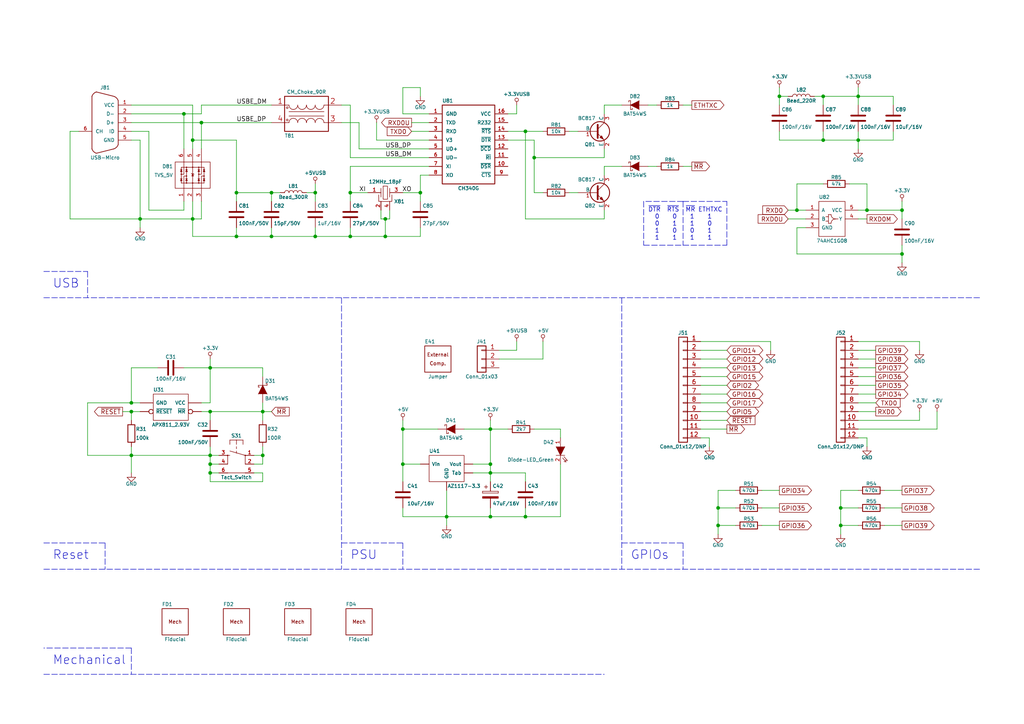
<source format=kicad_sch>
(kicad_sch (version 20211123) (generator eeschema)
  (paper "A4")
  (title_block (title "IOT ESP Ethernet") (date "2023-12-30") (rev "1") (company "Uysan"))
  (junction (at 238.76 27.94))
  (junction (at 111.76 68.58))
  (junction (at 76.2 119.38))
  (junction (at 68.58 68.58))
  (junction (at 38.1 132.08))
  (junction (at 238.76 40.64))
  (junction (at 101.6 68.58))
  (junction (at 60.96 119.38))
  (junction (at 91.44 68.58))
  (junction (at 111.76 63.5))
  (junction (at 208.28 152.4))
  (junction (at 40.64 63.5))
  (junction (at 142.24 134.62))
  (junction (at 154.94 45.72))
  (junction (at 55.88 63.5))
  (junction (at 78.74 68.58))
  (junction (at 60.96 134.62))
  (junction (at 208.28 147.32))
  (junction (at 101.6 55.88))
  (junction (at 248.92 40.64))
  (junction (at 231.14 60.96))
  (junction (at 251.46 60.96))
  (junction (at 38.1 116.84))
  (junction (at 152.4 149.86))
  (junction (at 226.06 27.94))
  (junction (at 261.62 60.96))
  (junction (at 243.84 147.32))
  (junction (at 38.1 119.38))
  (junction (at 60.96 106.68))
  (junction (at 261.62 73.66))
  (junction (at 53.34 33.02))
  (junction (at 76.2 132.08))
  (junction (at 243.84 152.4))
  (junction (at 55.88 40.64))
  (junction (at 142.24 149.86))
  (junction (at 248.92 27.94))
  (junction (at 78.74 55.88))
  (junction (at 129.54 149.86))
  (junction (at 116.84 134.62))
  (junction (at 58.42 35.56))
  (junction (at 116.84 124.46))
  (junction (at 68.58 55.88))
  (junction (at 60.96 132.08))
  (junction (at 121.92 55.88))
  (junction (at 60.96 137.16))
  (junction (at 152.4 38.1))
  (junction (at 91.44 55.88))
  (junction (at 142.24 124.46))
  (junction (at 142.24 137.16))
  (wire (pts (xy 248.92 60.96) (xy 251.46 60.96)))
  (wire (pts (xy 78.74 55.88) (xy 68.58 55.88)))
  (wire (pts (xy 53.34 60.96) (xy 43.18 60.96)))
  (wire (pts (xy 63.5 137.16) (xy 60.96 137.16)))
  (wire (pts (xy 116.84 124.46) (xy 127 124.46)))
  (wire (pts (xy 213.36 142.24) (xy 208.28 142.24)))
  (wire (pts (xy 101.6 48.26) (xy 101.6 55.88)))
  (wire (pts (xy 55.88 68.58) (xy 68.58 68.58)))
  (wire (pts (xy 203.2 109.22) (xy 210.82 109.22)))
  (wire (pts (xy 121.92 55.88) (xy 121.92 58.42)))
  (polyline (pts (xy 116.84 157.48) (xy 116.84 165.1)))
  (wire (pts (xy 91.44 68.58) (xy 101.6 68.58)))
  (wire (pts (xy 175.26 43.18) (xy 175.26 45.72)))
  (wire (pts (xy 226.06 142.24) (xy 220.98 142.24)))
  (wire (pts (xy 60.96 132.08) (xy 60.96 134.62)))
  (wire (pts (xy 152.4 63.5) (xy 175.26 63.5)))
  (wire (pts (xy 175.26 63.5) (xy 175.26 60.96)))
  (wire (pts (xy 198.12 30.48) (xy 200.66 30.48)))
  (polyline (pts (xy 198.12 58.42) (xy 198.12 71.12)))
  (wire (pts (xy 243.84 142.24) (xy 243.84 147.32)))
  (wire (pts (xy 213.36 147.32) (xy 208.28 147.32)))
  (wire (pts (xy 40.64 63.5) (xy 55.88 63.5)))
  (wire (pts (xy 60.96 119.38) (xy 60.96 121.92)))
  (wire (pts (xy 147.32 124.46) (xy 142.24 124.46)))
  (wire (pts (xy 162.56 149.86) (xy 152.4 149.86)))
  (wire (pts (xy 203.2 124.46) (xy 210.82 124.46)))
  (wire (pts (xy 45.72 106.68) (xy 38.1 106.68)))
  (wire (pts (xy 223.52 99.06) (xy 203.2 99.06)))
  (wire (pts (xy 266.7 101.6) (xy 266.7 99.06)))
  (wire (pts (xy 111.76 63.5) (xy 113.03 63.5)))
  (wire (pts (xy 91.44 66.04) (xy 91.44 68.58)))
  (wire (pts (xy 203.2 119.38) (xy 210.82 119.38)))
  (wire (pts (xy 238.76 40.64) (xy 226.06 40.64)))
  (wire (pts (xy 154.94 40.64) (xy 154.94 45.72)))
  (polyline (pts (xy 198.12 58.42) (xy 186.69 58.42)))
  (wire (pts (xy 231.14 73.66) (xy 231.14 66.04)))
  (wire (pts (xy 228.6 63.5) (xy 233.68 63.5)))
  (polyline (pts (xy 198.12 71.12) (xy 210.82 71.12)))
  (wire (pts (xy 113.03 63.5) (xy 113.03 60.96)))
  (wire (pts (xy 259.08 27.94) (xy 259.08 30.48)))
  (wire (pts (xy 53.34 33.02) (xy 53.34 43.18)))
  (wire (pts (xy 38.1 33.02) (xy 53.34 33.02)))
  (wire (pts (xy 226.06 27.94) (xy 228.6 27.94)))
  (wire (pts (xy 223.52 101.6) (xy 223.52 99.06)))
  (wire (pts (xy 121.92 66.04) (xy 121.92 68.58)))
  (wire (pts (xy 119.38 38.1) (xy 124.46 38.1)))
  (polyline (pts (xy 12.7 165.1) (xy 284.48 165.1)))
  (wire (pts (xy 248.92 124.46) (xy 271.78 124.46)))
  (wire (pts (xy 58.42 30.48) (xy 78.74 30.48)))
  (wire (pts (xy 116.84 25.4) (xy 121.92 25.4)))
  (wire (pts (xy 228.6 60.96) (xy 231.14 60.96)))
  (wire (pts (xy 116.84 33.02) (xy 124.46 33.02)))
  (wire (pts (xy 142.24 147.32) (xy 142.24 149.86)))
  (wire (pts (xy 248.92 40.64) (xy 238.76 40.64)))
  (wire (pts (xy 266.7 121.92) (xy 248.92 121.92)))
  (wire (pts (xy 38.1 106.68) (xy 38.1 116.84)))
  (wire (pts (xy 261.62 58.42) (xy 261.62 60.96)))
  (wire (pts (xy 121.92 50.8) (xy 121.92 55.88)))
  (wire (pts (xy 40.64 40.64) (xy 40.64 63.5)))
  (wire (pts (xy 226.06 147.32) (xy 220.98 147.32)))
  (wire (pts (xy 152.4 147.32) (xy 152.4 149.86)))
  (wire (pts (xy 180.34 48.26) (xy 175.26 48.26)))
  (wire (pts (xy 119.38 35.56) (xy 124.46 35.56)))
  (wire (pts (xy 254 109.22) (xy 248.92 109.22)))
  (wire (pts (xy 271.78 124.46) (xy 271.78 119.38)))
  (wire (pts (xy 226.06 25.4) (xy 226.06 27.94)))
  (wire (pts (xy 60.96 137.16) (xy 60.96 139.7)))
  (wire (pts (xy 76.2 137.16) (xy 76.2 139.7)))
  (polyline (pts (xy 99.06 86.36) (xy 99.06 165.1)))
  (wire (pts (xy 162.56 134.62) (xy 162.56 149.86)))
  (wire (pts (xy 55.88 58.42) (xy 55.88 63.5)))
  (wire (pts (xy 147.32 38.1) (xy 152.4 38.1)))
  (wire (pts (xy 40.64 66.04) (xy 40.64 63.5)))
  (wire (pts (xy 208.28 152.4) (xy 213.36 152.4)))
  (polyline (pts (xy 186.69 58.42) (xy 186.69 71.12)))
  (wire (pts (xy 142.24 137.16) (xy 142.24 139.7)))
  (wire (pts (xy 154.94 124.46) (xy 162.56 124.46)))
  (wire (pts (xy 238.76 40.64) (xy 238.76 38.1)))
  (wire (pts (xy 76.2 119.38) (xy 78.74 119.38)))
  (wire (pts (xy 91.44 55.88) (xy 91.44 58.42)))
  (wire (pts (xy 116.84 124.46) (xy 116.84 134.62)))
  (wire (pts (xy 149.86 30.48) (xy 149.86 33.02)))
  (wire (pts (xy 261.62 60.96) (xy 261.62 63.5)))
  (wire (pts (xy 124.46 50.8) (xy 121.92 50.8)))
  (wire (pts (xy 203.2 114.3) (xy 210.82 114.3)))
  (wire (pts (xy 248.92 116.84) (xy 254 116.84)))
  (wire (pts (xy 251.46 53.34) (xy 251.46 60.96)))
  (polyline (pts (xy 30.48 157.48) (xy 30.48 165.1)))
  (wire (pts (xy 254 114.3) (xy 248.92 114.3)))
  (wire (pts (xy 58.42 35.56) (xy 78.74 35.56)))
  (wire (pts (xy 157.48 104.14) (xy 144.78 104.14)))
  (wire (pts (xy 58.42 63.5) (xy 55.88 63.5)))
  (wire (pts (xy 259.08 40.64) (xy 259.08 38.1)))
  (wire (pts (xy 238.76 53.34) (xy 231.14 53.34)))
  (wire (pts (xy 157.48 99.06) (xy 157.48 104.14)))
  (wire (pts (xy 165.1 55.88) (xy 167.64 55.88)))
  (polyline (pts (xy 180.34 86.36) (xy 180.34 165.1)))
  (wire (pts (xy 248.92 142.24) (xy 243.84 142.24)))
  (wire (pts (xy 266.7 99.06) (xy 248.92 99.06)))
  (wire (pts (xy 58.42 35.56) (xy 58.42 43.18)))
  (wire (pts (xy 58.42 30.48) (xy 58.42 33.02)))
  (wire (pts (xy 251.46 127) (xy 251.46 129.54)))
  (wire (pts (xy 104.14 35.56) (xy 104.14 43.18)))
  (wire (pts (xy 203.2 104.14) (xy 210.82 104.14)))
  (wire (pts (xy 248.92 27.94) (xy 259.08 27.94)))
  (wire (pts (xy 129.54 142.24) (xy 129.54 149.86)))
  (wire (pts (xy 58.42 119.38) (xy 60.96 119.38)))
  (wire (pts (xy 101.6 68.58) (xy 111.76 68.58)))
  (wire (pts (xy 175.26 30.48) (xy 175.26 33.02)))
  (wire (pts (xy 210.82 101.6) (xy 203.2 101.6)))
  (wire (pts (xy 55.88 30.48) (xy 55.88 40.64)))
  (wire (pts (xy 154.94 45.72) (xy 175.26 45.72)))
  (wire (pts (xy 38.1 132.08) (xy 38.1 137.16)))
  (wire (pts (xy 109.22 35.56) (xy 109.22 40.64)))
  (wire (pts (xy 116.84 55.88) (xy 121.92 55.88)))
  (wire (pts (xy 261.62 147.32) (xy 256.54 147.32)))
  (wire (pts (xy 38.1 119.38) (xy 40.64 119.38)))
  (wire (pts (xy 152.4 38.1) (xy 157.48 38.1)))
  (wire (pts (xy 248.92 40.64) (xy 248.92 43.18)))
  (wire (pts (xy 142.24 137.16) (xy 152.4 137.16)))
  (wire (pts (xy 261.62 73.66) (xy 261.62 76.2)))
  (wire (pts (xy 162.56 124.46) (xy 162.56 127)))
  (wire (pts (xy 101.6 30.48) (xy 101.6 45.72)))
  (wire (pts (xy 256.54 152.4) (xy 261.62 152.4)))
  (wire (pts (xy 73.66 134.62) (xy 76.2 134.62)))
  (polyline (pts (xy 12.7 195.58) (xy 175.26 195.58)))
  (polyline (pts (xy 186.69 71.12) (xy 198.12 71.12)))
  (wire (pts (xy 101.6 45.72) (xy 124.46 45.72)))
  (wire (pts (xy 220.98 152.4) (xy 226.06 152.4)))
  (wire (pts (xy 78.74 68.58) (xy 91.44 68.58)))
  (wire (pts (xy 60.96 129.54) (xy 60.96 132.08)))
  (wire (pts (xy 38.1 30.48) (xy 55.88 30.48)))
  (wire (pts (xy 38.1 132.08) (xy 25.4 132.08)))
  (wire (pts (xy 231.14 60.96) (xy 233.68 60.96)))
  (wire (pts (xy 187.96 30.48) (xy 190.5 30.48)))
  (wire (pts (xy 111.76 68.58) (xy 121.92 68.58)))
  (wire (pts (xy 154.94 45.72) (xy 154.94 55.88)))
  (wire (pts (xy 63.5 132.08) (xy 60.96 132.08)))
  (wire (pts (xy 187.96 48.26) (xy 190.5 48.26)))
  (wire (pts (xy 101.6 55.88) (xy 106.68 55.88)))
  (wire (pts (xy 58.42 116.84) (xy 60.96 116.84)))
  (wire (pts (xy 60.96 104.14) (xy 60.96 106.68)))
  (wire (pts (xy 55.88 68.58) (xy 55.88 63.5)))
  (wire (pts (xy 210.82 111.76) (xy 203.2 111.76)))
  (wire (pts (xy 254 104.14) (xy 248.92 104.14)))
  (wire (pts (xy 53.34 58.42) (xy 53.34 60.96)))
  (wire (pts (xy 261.62 73.66) (xy 231.14 73.66)))
  (wire (pts (xy 142.24 149.86) (xy 152.4 149.86)))
  (wire (pts (xy 248.92 127) (xy 251.46 127)))
  (wire (pts (xy 147.32 40.64) (xy 154.94 40.64)))
  (wire (pts (xy 38.1 40.64) (xy 40.64 40.64)))
  (polyline (pts (xy 198.12 58.42) (xy 210.82 58.42)))
  (wire (pts (xy 104.14 43.18) (xy 124.46 43.18)))
  (wire (pts (xy 78.74 58.42) (xy 78.74 55.88)))
  (wire (pts (xy 60.96 106.68) (xy 53.34 106.68)))
  (wire (pts (xy 137.16 134.62) (xy 142.24 134.62)))
  (wire (pts (xy 154.94 55.88) (xy 157.48 55.88)))
  (wire (pts (xy 142.24 124.46) (xy 142.24 134.62)))
  (wire (pts (xy 60.96 106.68) (xy 60.96 116.84)))
  (wire (pts (xy 243.84 147.32) (xy 243.84 152.4)))
  (wire (pts (xy 20.32 63.5) (xy 20.32 38.1)))
  (wire (pts (xy 210.82 121.92) (xy 203.2 121.92)))
  (wire (pts (xy 35.56 119.38) (xy 38.1 119.38)))
  (wire (pts (xy 231.14 66.04) (xy 233.68 66.04)))
  (wire (pts (xy 116.84 147.32) (xy 116.84 149.86)))
  (wire (pts (xy 111.76 68.58) (xy 111.76 63.5)))
  (wire (pts (xy 226.06 27.94) (xy 226.06 30.48)))
  (polyline (pts (xy 198.12 157.48) (xy 198.12 165.1)))
  (wire (pts (xy 76.2 134.62) (xy 76.2 132.08)))
  (wire (pts (xy 58.42 58.42) (xy 58.42 63.5)))
  (wire (pts (xy 38.1 35.56) (xy 58.42 35.56)))
  (wire (pts (xy 116.84 25.4) (xy 116.84 33.02)))
  (wire (pts (xy 236.22 27.94) (xy 238.76 27.94)))
  (wire (pts (xy 76.2 116.84) (xy 76.2 119.38)))
  (wire (pts (xy 55.88 40.64) (xy 55.88 43.18)))
  (wire (pts (xy 116.84 121.92) (xy 116.84 124.46)))
  (wire (pts (xy 152.4 38.1) (xy 152.4 63.5)))
  (polyline (pts (xy 12.7 86.36) (xy 284.48 86.36)))
  (wire (pts (xy 76.2 119.38) (xy 76.2 121.92)))
  (wire (pts (xy 68.58 55.88) (xy 68.58 58.42)))
  (wire (pts (xy 40.64 63.5) (xy 20.32 63.5)))
  (wire (pts (xy 68.58 40.64) (xy 68.58 55.88)))
  (wire (pts (xy 254 119.38) (xy 248.92 119.38)))
  (polyline (pts (xy 38.1 187.96) (xy 38.1 195.58)))
  (wire (pts (xy 248.92 40.64) (xy 259.08 40.64)))
  (wire (pts (xy 38.1 119.38) (xy 38.1 121.92)))
  (wire (pts (xy 246.38 53.34) (xy 251.46 53.34)))
  (wire (pts (xy 210.82 116.84) (xy 203.2 116.84)))
  (wire (pts (xy 137.16 137.16) (xy 142.24 137.16)))
  (wire (pts (xy 110.49 60.96) (xy 110.49 63.5)))
  (wire (pts (xy 99.06 30.48) (xy 101.6 30.48)))
  (wire (pts (xy 116.84 149.86) (xy 129.54 149.86)))
  (wire (pts (xy 43.18 38.1) (xy 38.1 38.1)))
  (wire (pts (xy 226.06 40.64) (xy 226.06 38.1)))
  (wire (pts (xy 124.46 48.26) (xy 101.6 48.26)))
  (polyline (pts (xy 99.06 157.48) (xy 116.84 157.48)))
  (wire (pts (xy 25.4 116.84) (xy 38.1 116.84)))
  (wire (pts (xy 73.66 137.16) (xy 76.2 137.16)))
  (wire (pts (xy 248.92 38.1) (xy 248.92 40.64)))
  (wire (pts (xy 81.28 55.88) (xy 78.74 55.88)))
  (wire (pts (xy 208.28 147.32) (xy 208.28 152.4)))
  (wire (pts (xy 116.84 134.62) (xy 116.84 139.7)))
  (wire (pts (xy 147.32 33.02) (xy 149.86 33.02)))
  (wire (pts (xy 149.86 101.6) (xy 144.78 101.6)))
  (wire (pts (xy 68.58 66.04) (xy 68.58 68.58)))
  (wire (pts (xy 129.54 149.86) (xy 129.54 152.4)))
  (wire (pts (xy 208.28 154.94) (xy 208.28 152.4)))
  (wire (pts (xy 251.46 60.96) (xy 261.62 60.96)))
  (wire (pts (xy 25.4 116.84) (xy 25.4 132.08)))
  (wire (pts (xy 110.49 63.5) (xy 111.76 63.5)))
  (wire (pts (xy 208.28 142.24) (xy 208.28 147.32)))
  (wire (pts (xy 134.62 124.46) (xy 142.24 124.46)))
  (wire (pts (xy 142.24 134.62) (xy 142.24 137.16)))
  (polyline (pts (xy 38.1 187.96) (xy 12.7 187.96)))
  (wire (pts (xy 142.24 121.92) (xy 142.24 124.46)))
  (wire (pts (xy 76.2 132.08) (xy 73.66 132.08)))
  (wire (pts (xy 205.74 129.54) (xy 205.74 127)))
  (wire (pts (xy 248.92 63.5) (xy 251.46 63.5)))
  (wire (pts (xy 238.76 27.94) (xy 248.92 27.94)))
  (wire (pts (xy 261.62 142.24) (xy 256.54 142.24)))
  (polyline (pts (xy 12.7 78.74) (xy 25.4 78.74)))
  (wire (pts (xy 243.84 152.4) (xy 248.92 152.4)))
  (wire (pts (xy 78.74 66.04) (xy 78.74 68.58)))
  (wire (pts (xy 43.18 60.96) (xy 43.18 38.1)))
  (wire (pts (xy 109.22 40.64) (xy 124.46 40.64)))
  (polyline (pts (xy 210.82 71.12) (xy 210.82 58.42)))
  (wire (pts (xy 248.92 25.4) (xy 248.92 27.94)))
  (wire (pts (xy 63.5 134.62) (xy 60.96 134.62)))
  (wire (pts (xy 210.82 106.68) (xy 203.2 106.68)))
  (wire (pts (xy 248.92 30.48) (xy 248.92 27.94)))
  (wire (pts (xy 180.34 30.48) (xy 175.26 30.48)))
  (wire (pts (xy 248.92 101.6) (xy 254 101.6)))
  (wire (pts (xy 129.54 149.86) (xy 142.24 149.86)))
  (wire (pts (xy 60.96 106.68) (xy 76.2 106.68)))
  (wire (pts (xy 205.74 127) (xy 203.2 127)))
  (wire (pts (xy 20.32 38.1) (xy 22.86 38.1)))
  (wire (pts (xy 165.1 38.1) (xy 167.64 38.1)))
  (wire (pts (xy 53.34 33.02) (xy 58.42 33.02)))
  (wire (pts (xy 99.06 35.56) (xy 104.14 35.56)))
  (wire (pts (xy 76.2 129.54) (xy 76.2 132.08)))
  (wire (pts (xy 76.2 139.7) (xy 60.96 139.7)))
  (wire (pts (xy 38.1 129.54) (xy 38.1 132.08)))
  (wire (pts (xy 76.2 106.68) (xy 76.2 109.22)))
  (polyline (pts (xy 12.7 157.48) (xy 30.48 157.48)))
  (wire (pts (xy 248.92 111.76) (xy 254 111.76)))
  (polyline (pts (xy 25.4 78.74) (xy 25.4 86.36)))
  (wire (pts (xy 60.96 119.38) (xy 76.2 119.38)))
  (wire (pts (xy 91.44 55.88) (xy 88.9 55.88)))
  (wire (pts (xy 248.92 106.68) (xy 254 106.68)))
  (wire (pts (xy 243.84 154.94) (xy 243.84 152.4)))
  (wire (pts (xy 91.44 53.34) (xy 91.44 55.88)))
  (wire (pts (xy 198.12 48.26) (xy 200.66 48.26)))
  (wire (pts (xy 38.1 132.08) (xy 60.96 132.08)))
  (wire (pts (xy 238.76 27.94) (xy 238.76 30.48)))
  (wire (pts (xy 101.6 66.04) (xy 101.6 68.58)))
  (wire (pts (xy 60.96 134.62) (xy 60.96 137.16)))
  (wire (pts (xy 55.88 40.64) (xy 68.58 40.64)))
  (polyline (pts (xy 180.34 157.48) (xy 198.12 157.48)))
  (wire (pts (xy 121.92 134.62) (xy 116.84 134.62)))
  (wire (pts (xy 38.1 116.84) (xy 40.64 116.84)))
  (wire (pts (xy 175.26 48.26) (xy 175.26 50.8)))
  (wire (pts (xy 101.6 55.88) (xy 101.6 58.42)))
  (wire (pts (xy 231.14 53.34) (xy 231.14 60.96)))
  (wire (pts (xy 121.92 27.94) (xy 121.92 25.4)))
  (wire (pts (xy 152.4 137.16) (xy 152.4 139.7)))
  (wire (pts (xy 248.92 147.32) (xy 243.84 147.32)))
  (wire (pts (xy 266.7 119.38) (xy 266.7 121.92)))
  (wire (pts (xy 261.62 71.12) (xy 261.62 73.66)))
  (wire (pts (xy 149.86 99.06) (xy 149.86 101.6)))
  (wire (pts (xy 68.58 68.58) (xy 78.74 68.58)))
  (text "Reset" (at 15.24 162.56 0) (effects (font (size 2.54 2.54)) (justify left bottom)))
  (text "USB" (at 15.24 83.82 0) (effects (font (size 2.54 2.54)) (justify left bottom)))
  (text "Mechanical" (at 15.24 193.04 0) (effects (font (size 2.54 2.54)) (justify left bottom)))
  (text "PSU" (at 101.6 162.56 0) (effects (font (size 2.54 2.54)) (justify left bottom)))
  (text "~{DTR}  ~{RTS}  ~{MR} ETHTXC\n  0    0    1    1\n  0    1    1    0\n  1    0    0    1\n  1    1    1    1" (at 187.96 69.85 0) (effects (font (size 1.27 1.27)) (justify left bottom)))
  (text "GPIOs" (at 182.88 162.56 0) (effects (font (size 2.54 2.54)) (justify left bottom)))
  (label "USB_DM" (at 111.76 45.72 0))
  (label "USB_DP" (at 111.76 43.18 0))
  (label "USBE_DM" (at 68.58 30.48 0))
  (label "USBE_DP" (at 68.58 35.56 0))
  (label "XI" (at 104.14 55.88 0))
  (label "XO" (at 119.38 55.88 180))
  (global_label "GPIO37" (shape output) (at 254 106.68 0) (property "Intersheet References" "${INTERSHEET_REFS}" (effects hide)))
  (global_label "GPIO14" (shape bidirectional) (at 210.82 101.6 0) (property "Intersheet References" "${INTERSHEET_REFS}" (effects hide)))
  (global_label "~{RESET}" (shape output) (at 35.56 119.38 180) (property "Intersheet References" "${INTERSHEET_REFS}" (effects hide)))
  (global_label "RXD0U" (shape output) (at 119.38 35.56 180) (property "Intersheet References" "${INTERSHEET_REFS}" (effects hide)))
  (global_label "GPIO36" (shape output) (at 226.06 152.4 0) (property "Intersheet References" "${INTERSHEET_REFS}" (effects hide)))
  (global_label "RXD0" (shape output) (at 254 119.38 0) (property "Intersheet References" "${INTERSHEET_REFS}" (effects hide)))
  (global_label "GPIO35" (shape output) (at 254 111.76 0) (property "Intersheet References" "${INTERSHEET_REFS}" (effects hide)))
  (global_label "~{MR}" (shape output) (at 210.82 124.46 0) (property "Intersheet References" "${INTERSHEET_REFS}" (effects hide)))
  (global_label "GPIO12" (shape bidirectional) (at 210.82 104.14 0) (property "Intersheet References" "${INTERSHEET_REFS}" (effects hide)))
  (global_label "GPIO15" (shape bidirectional) (at 210.82 109.22 0) (property "Intersheet References" "${INTERSHEET_REFS}" (effects hide)))
  (global_label "GPIO34" (shape output) (at 226.06 142.24 0) (property "Intersheet References" "${INTERSHEET_REFS}" (effects hide)))
  (global_label "GPIO16" (shape bidirectional) (at 210.82 114.3 0) (property "Intersheet References" "${INTERSHEET_REFS}" (effects hide)))
  (global_label "GPIO5" (shape bidirectional) (at 210.82 119.38 0) (property "Intersheet References" "${INTERSHEET_REFS}" (effects hide)))
  (global_label "GPIO39" (shape output) (at 254 101.6 0) (property "Intersheet References" "${INTERSHEET_REFS}" (effects hide)))
  (global_label "GPIO13" (shape bidirectional) (at 210.82 106.68 0) (property "Intersheet References" "${INTERSHEET_REFS}" (effects hide)))
  (global_label "TXD0" (shape input) (at 119.38 38.1 180) (property "Intersheet References" "${INTERSHEET_REFS}" (effects hide)))
  (global_label "ETHTXC" (shape output) (at 200.66 30.48 0) (property "Intersheet References" "${INTERSHEET_REFS}" (effects hide)))
  (global_label "GPIO38" (shape output) (at 261.62 147.32 0) (property "Intersheet References" "${INTERSHEET_REFS}" (effects hide)))
  (global_label "RXD0U" (shape input) (at 228.6 63.5 180) (property "Intersheet References" "${INTERSHEET_REFS}" (effects hide)))
  (global_label "GPIO34" (shape output) (at 254 114.3 0) (property "Intersheet References" "${INTERSHEET_REFS}" (effects hide)))
  (global_label "~{RESET}" (shape input) (at 210.82 121.92 0) (property "Intersheet References" "${INTERSHEET_REFS}" (effects hide)))
  (global_label "GPIO38" (shape output) (at 254 104.14 0) (property "Intersheet References" "${INTERSHEET_REFS}" (effects hide)))
  (global_label "GPIO36" (shape output) (at 254 109.22 0) (property "Intersheet References" "${INTERSHEET_REFS}" (effects hide)))
  (global_label "RXD0" (shape input) (at 228.6 60.96 180) (property "Intersheet References" "${INTERSHEET_REFS}" (effects hide)))
  (global_label "GPIO37" (shape output) (at 261.62 142.24 0) (property "Intersheet References" "${INTERSHEET_REFS}" (effects hide)))
  (global_label "GPIO17" (shape bidirectional) (at 210.82 116.84 0) (property "Intersheet References" "${INTERSHEET_REFS}" (effects hide)))
  (global_label "GPIO2" (shape bidirectional) (at 210.82 111.76 0) (property "Intersheet References" "${INTERSHEET_REFS}" (effects hide)))
  (global_label "~{MR}" (shape input) (at 78.74 119.38 0) (property "Intersheet References" "${INTERSHEET_REFS}" (effects hide)))
  (global_label "~{MR}" (shape output) (at 200.66 48.26 0) (property "Intersheet References" "${INTERSHEET_REFS}" (effects hide)))
  (global_label "GPIO35" (shape output) (at 226.06 147.32 0) (property "Intersheet References" "${INTERSHEET_REFS}" (effects hide)))
  (global_label "RXD0M" (shape output) (at 251.46 63.5 0) (property "Intersheet References" "${INTERSHEET_REFS}" (effects hide)))
  (global_label "TXD0" (shape input) (at 254 116.84 0) (property "Intersheet References" "${INTERSHEET_REFS}" (effects hide)))
  (global_label "GPIO39" (shape output) (at 261.62 152.4 0) (property "Intersheet References" "${INTERSHEET_REFS}" (effects hide)))
  (symbol (lib_id "Celebi:Conn_01x03") (at 139.7 104.14 0) (mirror y) (unit 1)
    (property "Reference" "J41" (at 139.7 99.06 0) (effects (font (size 1.016 1.016))))
    (property "Value" "Conn_01x03" (at 139.7 109.22 0) (effects (font (size 1.016 1.016))))
    (property "Footprint" "Celebi:sil-1.27mm-3P" (effects hide))
    (property "Datasheet" "https://www.helloxkb.com/public/images/pdf/X1311WV-XXJ-C18D27.pdf" (effects hide))
    (property "Tolerance" "_" (effects hide))
    (property "Power" "1A" (effects hide))
    (property "Temperature" "-40+105°C" (effects hide))
    (property "Manufacturer" "XKB" (effects hide))
    (property "PartNumber" "X1311WV-03J-C18D27" (effects hide))
    (property "Digikey" "!SAM10238-ND" (effects hide))
  )
  (symbol (lib_id "Celebi:Diode-Schottky") (at 130.81 124.46 0) (mirror y) (unit 1)
    (property "Reference" "D41" (at 130.81 121.92 0) (effects (font (size 1.016 1.016))))
    (property "Value" "BAT54WS" (at 130.81 127 0) (effects (font (size 1.016 1.016))))
    (property "Footprint" "Celebi:SOD323" (effects hide))
    (property "Datasheet" "https://www.panjit.com.tw/upload/datasheet/BAT54WS.pdf" (effects hide))
    (property "Tolerance" "_" (effects hide))
    (property "Power" "0.2A" (effects hide))
    (property "Temperature" "-55+125°C" (effects hide))
    (property "Manufacturer" "Panjit" (effects hide))
    (property "PartNumber" "BAT54WS_R1_00001" (effects hide))
    (property "Digikey" "3757-BAT54WS_R1_00001CT-ND" (effects hide))
  )
  (symbol (lib_id "Celebi:Mechanical") (at 50.8 180.34 0) (unit 1) (in_bom no)
    (property "Reference" "FD1" (at 46.99 175.26 0) (effects (font (size 1.016 1.016)) (justify left)))
    (property "Value" "Fiducial" (at 50.8 185.42 0) (effects (font (size 1.016 1.016))))
    (property "Footprint" "Celebi:fiducial_sc_D1_M3mm" (effects hide))
    (property "Tolerance" "_" (effects hide))
    (property "Power" "_" (effects hide))
    (property "Temperature" "_" (effects hide))
    (property "Manufacturer" "_" (effects hide))
    (property "PartNumber" "_" (effects hide))
    (property "Digikey" "_" (effects hide))
  )
  (symbol (lib_id "Celebi:resistor") (at 242.57 53.34 0) (unit 1)
    (property "Reference" "R85" (at 242.57 51.435 0) (effects (font (size 1.016 1.016))))
    (property "Value" "47k" (at 242.57 53.34 0) (effects (font (size 1.016 1.016))))
    (property "Footprint" "Celebi:SM0402" (effects hide))
    (property "Datasheet" "https://www.yageo.com/upload/media/product/productsearch/datasheet/rchip/PYu-RC_Group_51_RoHS_L_12.pdf" (effects hide))
    (property "Tolerance" "1%" (effects hide))
    (property "Power" "1/16W" (effects hide))
    (property "Temperature" "-55+155°C" (effects hide))
    (property "Manufacturer" "Yageo" (effects hide))
    (property "PartNumber" "RC0402FR-0747KL" (effects hide))
    (property "Digikey" "311-47.0KLRCT-ND" (effects hide))
  )
  (symbol (lib_id "Celebi:resistor") (at 194.31 48.26 0) (unit 1)
    (property "Reference" "R84" (at 194.31 46.355 0) (effects (font (size 1.016 1.016))))
    (property "Value" "1k" (at 194.31 48.26 0) (effects (font (size 1.016 1.016))))
    (property "Footprint" "Celebi:SM0402" (effects hide))
    (property "Datasheet" "https://www.yageo.com/upload/media/product/productsearch/datasheet/rchip/PYu-RC_Group_51_RoHS_L_12.pdf" (effects hide))
    (property "Tolerance" "1%" (effects hide))
    (property "Power" "1/16W" (effects hide))
    (property "Temperature" "-55+155°C" (effects hide))
    (property "Manufacturer" "Yageo" (effects hide))
    (property "PartNumber" "RC0402FR-071KL" (effects hide))
    (property "Digikey" "311-1.00KLRCT-ND" (effects hide))
  )
  (symbol (lib_id "Celebi:GND") (at 243.84 154.94 0) (unit 1)
    (property "Reference" "#PWR0162" (effects hide))
    (property "Value" "GND" (at 243.84 158.115 0) (effects (font (size 1.016 1.016))))
  )
  (symbol (lib_id "Celebi:+3.3V") (at 261.62 58.42 0) (unit 1)
    (property "Reference" "#PWR0147" (effects hide))
    (property "Value" "+3.3V" (at 261.62 55.245 0) (effects (font (size 1.016 1.016))))
  )
  (symbol (lib_id "Celebi:GND") (at 208.28 154.94 0) (unit 1)
    (property "Reference" "#PWR0163" (effects hide))
    (property "Value" "GND" (at 208.28 158.115 0) (effects (font (size 1.016 1.016))))
  )
  (symbol (lib_id "Celebi:GND") (at 129.54 152.4 0) (unit 1)
    (property "Reference" "#PWR0140" (effects hide))
    (property "Value" "GND" (at 129.54 155.575 0) (effects (font (size 1.016 1.016))))
  )
  (symbol (lib_id "Celebi:Conn_01x12") (at 198.12 113.03 0) (mirror y) (unit 1)
    (property "Reference" "J51" (at 198.12 96.52 0) (effects (font (size 1.016 1.016))))
    (property "Value" "Conn_01x12{slash}DNP" (at 198.12 129.54 0) (effects (font (size 1.016 1.016))))
    (property "Footprint" "Celebi:sil-12P" (effects hide))
    (property "Datasheet" "https://www.helloxkb.com/public/images/pdf/X6511WV-XXH-C60D30.pdf" (effects hide))
    (property "Tolerance" "_" (effects hide))
    (property "Power" "3A" (effects hide))
    (property "Temperature" "-40+105°C" (effects hide))
    (property "Manufacturer" "XKB" (effects hide))
    (property "PartNumber" "X6511WV-12H-C60D30" (effects hide))
    (property "Digikey" "!S1012EC-12-ND" (effects hide))
  )
  (symbol (lib_id "Celebi:CAT811") (at 49.53 118.11 0) (unit 1)
    (property "Reference" "U31" (at 44.45 113.03 0) (effects (font (size 1.016 1.016)) (justify left)))
    (property "Value" "APX811_2.93V" (at 49.53 123.19 0) (effects (font (size 1.016 1.016))))
    (property "Footprint" "Celebi:SOT143-4" (effects hide))
    (property "Datasheet" "https://www.diodes.com/assets/Datasheets/APX811_812.pdf" (effects hide))
    (property "Tolerance" "2%" (effects hide))
    (property "Power" "_" (effects hide))
    (property "Temperature" "-40+85°C" (effects hide))
    (property "Manufacturer" "Diodes" (effects hide))
    (property "PartNumber" "APX811-29UG-7" (effects hide))
    (property "Digikey" "APX811-29UG-7DICT-ND" (effects hide))
  )
  (symbol (lib_id "Celebi:GND") (at 38.1 137.16 0) (unit 1)
    (property "Reference" "#PWR0150" (effects hide))
    (property "Value" "GND" (at 38.1 140.335 0) (effects (font (size 1.016 1.016))))
  )
  (symbol (lib_id "Celebi:resistor") (at 38.1 125.73 270) (mirror x) (unit 1)
    (property "Reference" "R31" (at 39.37 124.46 90) (effects (font (size 1.016 1.016)) (justify left)))
    (property "Value" "100k" (at 39.37 127 90) (effects (font (size 1.016 1.016)) (justify left)))
    (property "Footprint" "Celebi:SM0402" (effects hide))
    (property "Datasheet" "https://www.yageo.com/upload/media/product/productsearch/datasheet/rchip/PYu-RC_Group_51_RoHS_L_12.pdf" (effects hide))
    (property "Tolerance" "1%" (effects hide))
    (property "Power" "1/16W" (effects hide))
    (property "Temperature" "-55+155°C" (effects hide))
    (property "Manufacturer" "Yageo" (effects hide))
    (property "PartNumber" "RC0402FR-07100KL" (effects hide))
    (property "Digikey" "311-100KLRCT-ND" (effects hide))
  )
  (symbol (lib_id "Celebi:Choke-CM-CNSW") (at 88.9 33.02 0) (mirror x) (unit 1)
    (property "Reference" "T81" (at 82.55 39.37 0) (effects (font (size 1.016 1.016)) (justify left)))
    (property "Value" "CM_Choke_90R" (at 88.9 26.67 0) (effects (font (size 1.016 1.016))))
    (property "Footprint" "Celebi:tr-smd-WE-CNSW_0805" (effects hide))
    (property "Datasheet" "https://www.we-online.com/catalog/datasheet/744231091.pdf" (effects hide))
    (property "Tolerance" "_" (effects hide))
    (property "Power" "0.37A" (effects hide))
    (property "Temperature" "-40+125°C" (effects hide))
    (property "Manufacturer" "Wurth" (effects hide))
    (property "PartNumber" "744231091" (effects hide))
    (property "Digikey" "732-3198-1-ND" (effects hide))
  )
  (symbol (lib_id "Celebi:824015") (at 55.88 50.8 90) (unit 1)
    (property "Reference" "D81" (at 50.165 48.26 90) (effects (font (size 1.016 1.016)) (justify left)))
    (property "Value" "TVS_5V" (at 50.165 50.8 90) (effects (font (size 1.016 1.016)) (justify left)))
    (property "Footprint" "Celebi:SOT23-6L" (effects hide))
    (property "Datasheet" "https://www.we-online.com/catalog/datasheet/824015.pdf" (effects hide))
    (property "Tolerance" "_" (effects hide))
    (property "Power" "12A" (effects hide))
    (property "Temperature" "-55+125°C" (effects hide))
    (property "Manufacturer" "Wurth" (effects hide))
    (property "PartNumber" "824015" (effects hide))
    (property "Digikey" "732-4467-1-ND" (effects hide))
  )
  (symbol (lib_id "Celebi:Diode-Schottky") (at 76.2 113.03 270) (mirror x) (unit 1)
    (property "Reference" "D31" (at 76.835 110.49 90) (effects (font (size 1.016 1.016)) (justify left)))
    (property "Value" "BAT54WS" (at 76.835 115.57 90) (effects (font (size 1.016 1.016)) (justify left)))
    (property "Footprint" "Celebi:SOD323" (effects hide))
    (property "Datasheet" "https://www.panjit.com.tw/upload/datasheet/BAT54WS.pdf" (effects hide))
    (property "Tolerance" "_" (effects hide))
    (property "Power" "0.2A" (effects hide))
    (property "Temperature" "-55+125°C" (effects hide))
    (property "Manufacturer" "Panjit" (effects hide))
    (property "PartNumber" "BAT54WS_R1_00001" (effects hide))
    (property "Digikey" "3757-BAT54WS_R1_00001CT-ND" (effects hide))
  )
  (symbol (lib_id "Celebi:GND") (at 205.74 129.54 0) (unit 1)
    (property "Reference" "#PWR0135" (effects hide))
    (property "Value" "GND" (at 205.74 132.715 0) (effects (font (size 1.016 1.016))))
  )
  (symbol (lib_id "Celebi:resistor") (at 217.17 142.24 0) (unit 1)
    (property "Reference" "R51" (at 217.17 140.335 0) (effects (font (size 1.016 1.016))))
    (property "Value" "470k" (at 217.17 142.24 0) (effects (font (size 1.016 1.016))))
    (property "Footprint" "Celebi:SM0402" (effects hide))
    (property "Datasheet" "https://www.yageo.com/upload/media/product/productsearch/datasheet/rchip/Pyu-RC_Group_51_RoHS_L_12.pdf" (effects hide))
    (property "Tolerance" "1%" (effects hide))
    (property "Power" "1/16W" (effects hide))
    (property "Temperature" "-55+155°C" (effects hide))
    (property "Manufacturer" "Yageo" (effects hide))
    (property "PartNumber" "RC0402FR-07470KL" (effects hide))
    (property "Digikey" "311-470KLRCT-ND" (effects hide))
  )
  (symbol (lib_id "Celebi:+3.3V") (at 226.06 25.4 0) (unit 1)
    (property "Reference" "#PWR0144" (effects hide))
    (property "Value" "+3.3V" (at 226.06 22.225 0) (effects (font (size 1.016 1.016))))
  )
  (symbol (lib_id "Celebi:Mechanical") (at 68.58 180.34 0) (unit 1) (in_bom no)
    (property "Reference" "FD2" (at 64.77 175.26 0) (effects (font (size 1.016 1.016)) (justify left)))
    (property "Value" "Fiducial" (at 68.58 185.42 0) (effects (font (size 1.016 1.016))))
    (property "Footprint" "Celebi:fiducial_sc_D1_M3mm" (effects hide))
    (property "Tolerance" "_" (effects hide))
    (property "Power" "_" (effects hide))
    (property "Temperature" "_" (effects hide))
    (property "Manufacturer" "_" (effects hide))
    (property "PartNumber" "_" (effects hide))
    (property "Digikey" "_" (effects hide))
  )
  (symbol (lib_id "Celebi:+5VUSB") (at 149.86 99.06 0) (unit 1)
    (property "Reference" "#PWR0137" (effects hide))
    (property "Value" "+5VUSB" (at 149.86 95.885 0) (effects (font (size 1.016 1.016))))
  )
  (symbol (lib_id "Celebi:resistor") (at 194.31 30.48 0) (unit 1)
    (property "Reference" "R83" (at 194.31 28.575 0) (effects (font (size 1.016 1.016))))
    (property "Value" "1k" (at 194.31 30.48 0) (effects (font (size 1.016 1.016))))
    (property "Footprint" "Celebi:SM0402" (effects hide))
    (property "Datasheet" "https://www.yageo.com/upload/media/product/productsearch/datasheet/rchip/PYu-RC_Group_51_RoHS_L_12.pdf" (effects hide))
    (property "Tolerance" "1%" (effects hide))
    (property "Power" "1/16W" (effects hide))
    (property "Temperature" "-55+155°C" (effects hide))
    (property "Manufacturer" "Yageo" (effects hide))
    (property "PartNumber" "RC0402FR-071KL" (effects hide))
    (property "Digikey" "311-1.00KLRCT-ND" (effects hide))
  )
  (symbol (lib_id "Celebi:+3.3V") (at 142.24 121.92 0) (unit 1)
    (property "Reference" "#PWR0141" (effects hide))
    (property "Value" "+3.3V" (at 142.24 118.745 0) (effects (font (size 1.016 1.016))))
  )
  (symbol (lib_id "Celebi:Mechanical") (at 86.36 180.34 0) (unit 1) (in_bom no)
    (property "Reference" "FD3" (at 82.55 175.26 0) (effects (font (size 1.016 1.016)) (justify left)))
    (property "Value" "Fiducial" (at 86.36 185.42 0) (effects (font (size 1.016 1.016))))
    (property "Footprint" "Celebi:fiducial_sc_D1_M3mm" (effects hide))
    (property "Tolerance" "_" (effects hide))
    (property "Power" "_" (effects hide))
    (property "Temperature" "_" (effects hide))
    (property "Manufacturer" "_" (effects hide))
    (property "PartNumber" "_" (effects hide))
    (property "Digikey" "_" (effects hide))
  )
  (symbol (lib_id "Celebi:resistor") (at 151.13 124.46 0) (unit 1)
    (property "Reference" "R41" (at 151.13 122.555 0) (effects (font (size 1.016 1.016))))
    (property "Value" "2k7" (at 151.13 124.46 0) (effects (font (size 1.016 1.016))))
    (property "Footprint" "Celebi:SM0402" (effects hide))
    (property "Datasheet" "https://www.yageo.com/upload/media/product/productsearch/datasheet/rchip/PYu-RC_Group_51_RoHS_L_12.pdf" (effects hide))
    (property "Tolerance" "1%" (effects hide))
    (property "Power" "1/16W" (effects hide))
    (property "Temperature" "-55+155°C" (effects hide))
    (property "Manufacturer" "Yageo" (effects hide))
    (property "PartNumber" "RC0402FR-072K7L" (effects hide))
    (property "Digikey" "311-2.70KLRCT-ND" (effects hide))
  )
  (symbol (lib_id "Celebi:+5VUSB") (at 91.44 53.34 0) (unit 1)
    (property "Reference" "#PWR0149" (effects hide))
    (property "Value" "+5VUSB" (at 91.44 50.165 0) (effects (font (size 1.016 1.016))))
  )
  (symbol (lib_id "Celebi:Diode-Schottky") (at 184.15 48.26 0) (mirror y) (unit 1)
    (property "Reference" "D83" (at 184.15 45.72 0) (effects (font (size 1.016 1.016))))
    (property "Value" "BAT54WS" (at 184.15 50.8 0) (effects (font (size 1.016 1.016))))
    (property "Footprint" "Celebi:SOD323" (effects hide))
    (property "Datasheet" "https://www.panjit.com.tw/upload/datasheet/BAT54WS.pdf" (effects hide))
    (property "Tolerance" "_" (effects hide))
    (property "Power" "0.2A" (effects hide))
    (property "Temperature" "-55+125°C" (effects hide))
    (property "Manufacturer" "Panjit" (effects hide))
    (property "PartNumber" "BAT54WS_R1_00001" (effects hide))
    (property "Digikey" "3757-BAT54WS_R1_00001CT-ND" (effects hide))
  )
  (symbol (lib_id "Celebi:+3.3VUSB") (at 109.22 35.56 0) (unit 1)
    (property "Reference" "#PWR0152" (effects hide))
    (property "Value" "+3.3VUSB" (at 109.22 32.385 0) (effects (font (size 1.016 1.016))))
  )
  (symbol (lib_id "Celebi:inductor") (at 232.41 27.94 0) (unit 1)
    (property "Reference" "L82" (at 232.41 26.035 0) (effects (font (size 1.016 1.016))))
    (property "Value" "Bead_220R" (at 232.41 29.21 0) (effects (font (size 1.016 1.016))))
    (property "Footprint" "Celebi:SM0402L" (effects hide))
    (property "Datasheet" "https://www.we-online.com/catalog/datasheet/742792780.pdf" (effects hide))
    (property "Tolerance" "25%" (effects hide))
    (property "Power" "0.3A" (effects hide))
    (property "Temperature" "-55+125°C" (effects hide))
    (property "Manufacturer" "Wurth" (effects hide))
    (property "PartNumber" "742792780" (effects hide))
    (property "Digikey" "732-1569-1-ND" (effects hide))
  )
  (symbol (lib_id "Celebi:+3.3VUSB") (at 248.92 25.4 0) (unit 1)
    (property "Reference" "#PWR0146" (effects hide))
    (property "Value" "+3.3VUSB" (at 248.92 22.225 0) (effects (font (size 1.016 1.016))))
  )
  (symbol (lib_id "Celebi:Tact_SW_6pin_TASV") (at 68.58 134.62 0) (mirror y) (unit 1)
    (property "Reference" "S31" (at 68.58 126.365 0) (effects (font (size 1.016 1.016))))
    (property "Value" "Tact_Switch" (at 68.58 138.43 0) (effects (font (size 1.016 1.016))))
    (property "Footprint" "Celebi:switch-WE-WS-TASV-3x2.6_H1.4mm" (effects hide))
    (property "Datasheet" "https://www.we-online.com/catalog/datasheet/435171014816.pdf" (effects hide))
    (property "Tolerance" "_" (effects hide))
    (property "Power" "0.05A" (effects hide))
    (property "Temperature" "-40+85°C" (effects hide))
    (property "Manufacturer" "Wurth" (effects hide))
    (property "PartNumber" "435171014816" (effects hide))
    (property "Digikey" "732-435171014816CT-ND" (effects hide))
  )
  (symbol (lib_id "Celebi:+3.3V") (at 266.7 119.38 0) (unit 1)
    (property "Reference" "#PWR0129" (effects hide))
    (property "Value" "+3.3V" (at 266.7 116.205 0) (effects (font (size 1.016 1.016))))
  )
  (symbol (lib_id "Celebi:+3.3VUSB") (at 149.86 30.48 0) (unit 1)
    (property "Reference" "#PWR0154" (effects hide))
    (property "Value" "+3.3VUSB" (at 149.86 27.305 0) (effects (font (size 1.016 1.016))))
  )
  (symbol (lib_id "Celebi:+5V") (at 116.84 121.92 0) (unit 1)
    (property "Reference" "#PWR0155" (effects hide))
    (property "Value" "+5V" (at 116.84 118.745 0) (effects (font (size 1.016 1.016))))
  )
  (symbol (lib_id "Celebi:CRYSTAL_4Pin_Mini_GND") (at 111.76 55.88 0) (unit 1)
    (property "Reference" "X81" (at 114.3 58.42 0) (effects (font (size 1.016 1.016)) (justify left)))
    (property "Value" "12MHz_18pF" (at 111.76 52.705 0) (effects (font (size 1.016 1.016))))
    (property "Footprint" "Celebi:xtal-3.2x2.5mm_4pin" (effects hide))
    (property "Datasheet" "https://www.raltron.com/webproducts/specs/CRYSTAL/RH100-12.000-18-2020-EXT-TR.pdf" (effects hide))
    (property "Tolerance" "20ppm" (effects hide))
    (property "Power" "_" (effects hide))
    (property "Temperature" "-40+85°C" (effects hide))
    (property "Manufacturer" "Raltron" (effects hide))
    (property "PartNumber" "RH100-12.000-18-2020-EXT-TR" (effects hide))
    (property "Digikey" "2151-RH100-12.000-18-2020-EXT-TRCT-ND" (effects hide))
  )
  (symbol (lib_id "Celebi:BC817") (at 175.26 55.88 0) (unit 1)
    (property "Reference" "Q82" (at 172.72 59.6646 0) (effects (font (size 1.016 1.016)) (justify right)))
    (property "Value" "BC817" (at 172.72 52.07 0) (effects (font (size 1.016 1.016)) (justify right)))
    (property "Footprint" "Celebi:SOT23-3" (effects hide))
    (property "Datasheet" "https://assets.nexperia.com/documents/data-sheet/BC817_SER.pdf" (effects hide))
    (property "Tolerance" "_" (effects hide))
    (property "Power" "0.5A" (effects hide))
    (property "Temperature" "-65+150°C" (effects hide))
    (property "Manufacturer" "Nexperia" (effects hide))
    (property "PartNumber" "BC817-40-215" (effects hide))
    (property "Digikey" "1727-2919-1-ND" (effects hide))
  )
  (symbol (lib_id "Celebi:resistor") (at 76.2 125.73 270) (unit 1)
    (property "Reference" "R32" (at 77.47 124.46 90) (effects (font (size 1.016 1.016)) (justify left)))
    (property "Value" "100R" (at 77.47 127 90) (effects (font (size 1.016 1.016)) (justify left)))
    (property "Footprint" "Celebi:SM0402" (effects hide))
    (property "Datasheet" "https://www.yageo.com/upload/media/product/productsearch/datasheet/rchip/PYu-RC_Group_51_RoHS_L_12.pdf" (effects hide))
    (property "Tolerance" "1%" (effects hide))
    (property "Power" "1/16W" (effects hide))
    (property "Temperature" "-55+155°C" (effects hide))
    (property "Manufacturer" "Yageo" (effects hide))
    (property "PartNumber" "RC0402FR-07100RL" (effects hide))
    (property "Digikey" "311-100LRCT-ND" (effects hide))
  )
  (symbol (lib_id "Celebi:capacitor") (at 121.92 62.23 270) (unit 1)
    (property "Reference" "C85" (at 122.555 59.69 90) (effects (font (size 1.016 1.016)) (justify left)))
    (property "Value" "27pF{slash}50V" (at 122.555 64.77 90) (effects (font (size 1.016 1.016)) (justify left)))
    (property "Footprint" "Celebi:SM0402C" (effects hide))
    (property "Datasheet" "https://www.yageo.com/en/Chart/Download/pdf/CC0402JRNPO9BN270" (effects hide))
    (property "Tolerance" "5%" (effects hide))
    (property "Power" "_" (effects hide))
    (property "Temperature" "-55+125°C" (effects hide))
    (property "Manufacturer" "Yageo" (effects hide))
    (property "PartNumber" "CC0402JRNPO9BN270" (effects hide))
    (property "Digikey" "311-1019-1-ND" (effects hide))
  )
  (symbol (lib_id "Celebi:+3.3V") (at 60.96 104.14 0) (unit 1)
    (property "Reference" "#PWR0151" (effects hide))
    (property "Value" "+3.3V" (at 60.96 100.965 0) (effects (font (size 1.016 1.016))))
  )
  (symbol (lib_id "Celebi:USB-Micro") (at 30.48 35.56 0) (mirror y) (unit 1)
    (property "Reference" "J81" (at 30.48 25.4 0) (effects (font (size 1.016 1.016))))
    (property "Value" "USB-Micro" (at 30.48 45.72 0) (effects (font (size 1.016 1.016))))
    (property "Footprint" "Celebi:usb-629105136821" (effects hide))
    (property "Datasheet" "https://www.we-online.com/catalog/datasheet/629105136821.pdf" (effects hide))
    (property "Tolerance" "_" (effects hide))
    (property "Power" "1A" (effects hide))
    (property "Temperature" "-40+105°C" (effects hide))
    (property "Manufacturer" "Wurth" (effects hide))
    (property "PartNumber" "629105136821" (effects hide))
    (property "Digikey" "732-3155-1-ND" (effects hide))
  )
  (symbol (lib_id "Celebi:Diode-Schottky") (at 184.15 30.48 0) (mirror y) (unit 1)
    (property "Reference" "D82" (at 184.15 27.94 0) (effects (font (size 1.016 1.016))))
    (property "Value" "BAT54WS" (at 184.15 33.02 0) (effects (font (size 1.016 1.016))))
    (property "Footprint" "Celebi:SOD323" (effects hide))
    (property "Datasheet" "https://www.panjit.com.tw/upload/datasheet/BAT54WS.pdf" (effects hide))
    (property "Tolerance" "_" (effects hide))
    (property "Power" "0.2A" (effects hide))
    (property "Temperature" "-55+125°C" (effects hide))
    (property "Manufacturer" "Panjit" (effects hide))
    (property "PartNumber" "BAT54WS_R1_00001" (effects hide))
    (property "Digikey" "3757-BAT54WS_R1_00001CT-ND" (effects hide))
  )
  (symbol (lib_id "Celebi:GND") (at 251.46 129.54 0) (unit 1)
    (property "Reference" "#PWR0136" (effects hide))
    (property "Value" "GND" (at 251.46 132.715 0) (effects (font (size 1.016 1.016))))
  )
  (symbol (lib_id "Celebi:NCP1117") (at 129.54 134.62 0) (unit 1)
    (property "Reference" "U41" (at 124.46 130.81 0) (effects (font (size 1.016 1.016)) (justify left)))
    (property "Value" "AZ1117-3.3" (at 129.794 140.97 0) (effects (font (size 1.016 1.016)) (justify left)))
    (property "Footprint" "Celebi:SOT223" (effects hide))
    (property "Datasheet" "https://www.diodes.com/assets/Datasheets/AZ1117I.pdf" (effects hide))
    (property "Tolerance" "1%" (effects hide))
    (property "Power" "1A" (effects hide))
    (property "Temperature" "-40+125°C" (effects hide))
    (property "Manufacturer" "Diodes" (effects hide))
    (property "PartNumber" "AZ1117IH-3.3TRG1" (effects hide))
    (property "Digikey" "AZ1117IH-3.3TRG1DICT-ND" (effects hide))
  )
  (symbol (lib_id "Celebi:inductor") (at 85.09 55.88 0) (unit 1)
    (property "Reference" "L81" (at 85.09 53.975 0) (effects (font (size 1.016 1.016))))
    (property "Value" "Bead_300R" (at 85.09 57.15 0) (effects (font (size 1.016 1.016))))
    (property "Footprint" "Celebi:SM0603L" (effects hide))
    (property "Datasheet" "https://www.we-online.com/catalog/datasheet/742792641.pdf" (effects hide))
    (property "Tolerance" "25%" (effects hide))
    (property "Power" "2A" (effects hide))
    (property "Temperature" "-55+125°C" (effects hide))
    (property "Manufacturer" "Wurth" (effects hide))
    (property "PartNumber" "742792641" (effects hide))
    (property "Digikey" "732-1592-1-ND" (effects hide))
  )
  (symbol (lib_id "Celebi:resistor") (at 252.73 142.24 0) (unit 1)
    (property "Reference" "R54" (at 252.73 140.335 0) (effects (font (size 1.016 1.016))))
    (property "Value" "470k" (at 252.73 142.24 0) (effects (font (size 1.016 1.016))))
    (property "Footprint" "Celebi:SM0402" (effects hide))
    (property "Datasheet" "https://www.yageo.com/upload/media/product/productsearch/datasheet/rchip/Pyu-RC_Group_51_RoHS_L_12.pdf" (effects hide))
    (property "Tolerance" "1%" (effects hide))
    (property "Power" "1/16W" (effects hide))
    (property "Temperature" "-55+155°C" (effects hide))
    (property "Manufacturer" "Yageo" (effects hide))
    (property "PartNumber" "RC0402FR-07470KL" (effects hide))
    (property "Digikey" "311-470KLRCT-ND" (effects hide))
  )
  (symbol (lib_id "Celebi:capacitor") (at 226.06 34.29 270) (unit 1)
    (property "Reference" "C86" (at 226.695 31.75 90) (effects (font (size 1.016 1.016)) (justify left)))
    (property "Value" "100nF{slash}16V" (at 226.695 36.83 90) (effects (font (size 1.016 1.016)) (justify left)))
    (property "Footprint" "Celebi:SM0402C" (effects hide))
    (property "Datasheet" "http://weblib.samsungsem.com/mlcc/mlcc-ec-data-sheet.do?partNumber=CL05B104KO5NNN" (effects hide))
    (property "Tolerance" "10%" (effects hide))
    (property "Power" "_" (effects hide))
    (property "Temperature" "-55+125°C" (effects hide))
    (property "Manufacturer" "Samsung" (effects hide))
    (property "PartNumber" "CL05B104KO5NNNC" (effects hide))
    (property "Digikey" "1276-1001-1-ND" (effects hide))
  )
  (symbol (lib_id "Celebi:GND") (at 248.92 43.18 0) (unit 1)
    (property "Reference" "#PWR0143" (effects hide))
    (property "Value" "GND" (at 248.92 46.355 0) (effects (font (size 1.016 1.016))))
  )
  (symbol (lib_id "Celebi:CH340G") (at 135.89 41.91 0) (unit 1)
    (property "Reference" "U81" (at 128.27 29.21 0) (effects (font (size 1.016 1.016)) (justify left)))
    (property "Value" "CH340G" (at 135.89 54.61 0) (effects (font (size 1.016 1.016))))
    (property "Footprint" "Celebi:SO16_4x10.5_P1.27mm" (effects hide))
    (property "Datasheet" "http://www.wch-ic.com/downloads/file/79.html" (effects hide))
    (property "Tolerance" "_" (effects hide))
    (property "Power" "_" (effects hide))
    (property "Temperature" "-40+85°C" (effects hide))
    (property "Manufacturer" "WCH" (effects hide))
    (property "PartNumber" "CH340G" (effects hide))
    (property "Digikey" "_" (effects hide))
  )
  (symbol (lib_id "Celebi:capacitor") (at 259.08 34.29 270) (unit 1)
    (property "Reference" "C89" (at 259.715 31.75 90) (effects (font (size 1.016 1.016)) (justify left)))
    (property "Value" "10uF/16V" (at 259.715 36.83 90) (effects (font (size 1.016 1.016)) (justify left)))
    (property "Footprint" "Celebi:SM0805C" (effects hide))
    (property "Datasheet" "http://weblib.samsungsem.com/mlcc/mlcc-ec-data-sheet.do?partNumber=CL21B106KOQNNN" (effects hide))
    (property "Tolerance" "10%" (effects hide))
    (property "Power" "_" (effects hide))
    (property "Temperature" "-55+125°C" (effects hide))
    (property "Manufacturer" "Samsung" (effects hide))
    (property "PartNumber" "CL21B106KOQNNNE" (effects hide))
    (property "Digikey" "1276-2872-1-ND" (effects hide))
  )
  (symbol (lib_id "Celebi:resistor") (at 161.29 38.1 0) (unit 1)
    (property "Reference" "R81" (at 161.29 36.195 0) (effects (font (size 1.016 1.016))))
    (property "Value" "10k" (at 161.29 38.1 0) (effects (font (size 1.016 1.016))))
    (property "Footprint" "Celebi:SM0402" (effects hide))
    (property "Datasheet" "https://www.yageo.com/upload/media/product/productsearch/datasheet/rchip/PYu-RC_Group_51_RoHS_L_12.pdf" (effects hide))
    (property "Tolerance" "1%" (effects hide))
    (property "Power" "1/16W" (effects hide))
    (property "Temperature" "-55+155°C" (effects hide))
    (property "Manufacturer" "Yageo" (effects hide))
    (property "PartNumber" "RC0402FR-0710KL" (effects hide))
    (property "Digikey" "311-10.0KLRCT-ND" (effects hide))
  )
  (symbol (lib_id "Celebi:capacitor") (at 238.76 34.29 270) (unit 1)
    (property "Reference" "C87" (at 239.395 31.75 90) (effects (font (size 1.016 1.016)) (justify left)))
    (property "Value" "100nF{slash}16V" (at 239.395 36.83 90) (effects (font (size 1.016 1.016)) (justify left)))
    (property "Footprint" "Celebi:SM0402C" (effects hide))
    (property "Datasheet" "http://weblib.samsungsem.com/mlcc/mlcc-ec-data-sheet.do?partNumber=CL05B104KO5NNN" (effects hide))
    (property "Tolerance" "10%" (effects hide))
    (property "Power" "_" (effects hide))
    (property "Temperature" "-55+125°C" (effects hide))
    (property "Manufacturer" "Samsung" (effects hide))
    (property "PartNumber" "CL05B104KO5NNNC" (effects hide))
    (property "Digikey" "1276-1001-1-ND" (effects hide))
  )
  (symbol (lib_id "Celebi:+5V") (at 157.48 99.06 0) (unit 1)
    (property "Reference" "#PWR0138" (effects hide))
    (property "Value" "+5V" (at 157.48 95.885 0) (effects (font (size 1.016 1.016))))
  )
  (symbol (lib_id "Celebi:Diode-LED") (at 162.56 130.81 90) (mirror x) (unit 1)
    (property "Reference" "D42" (at 160.655 128.27 90) (effects (font (size 1.016 1.016)) (justify left)))
    (property "Value" "Diode-LED_Green" (at 160.655 133.35 90) (effects (font (size 1.016 1.016)) (justify left)))
    (property "Footprint" "Celebi:led-SM0603_Green" (effects hide))
    (property "Datasheet" "https://optoelectronics.liteon.com/upload/download/DS22-2000-228/LTST-C191KGKT.PDF" (effects hide))
    (property "Tolerance" "_" (effects hide))
    (property "Power" "0.075W" (effects hide))
    (property "Temperature" "-55+85°C" (effects hide))
    (property "Manufacturer" "Liteon" (effects hide))
    (property "PartNumber" "LTST-C191KGKT" (effects hide))
    (property "Digikey" "160-1446-1-ND" (effects hide))
  )
  (symbol (lib_id "Celebi:capacitor") (at 261.62 67.31 270) (unit 1)
    (property "Reference" "C90" (at 262.255 64.77 90) (effects (font (size 1.016 1.016)) (justify left)))
    (property "Value" "100nF{slash}16V" (at 262.255 69.85 90) (effects (font (size 1.016 1.016)) (justify left)))
    (property "Footprint" "Celebi:SM0402C" (effects hide))
    (property "Datasheet" "http://weblib.samsungsem.com/mlcc/mlcc-ec-data-sheet.do?partNumber=CL05B104KO5NNN" (effects hide))
    (property "Tolerance" "10%" (effects hide))
    (property "Power" "_" (effects hide))
    (property "Temperature" "-55+125°C" (effects hide))
    (property "Manufacturer" "Samsung" (effects hide))
    (property "PartNumber" "CL05B104KO5NNNC" (effects hide))
    (property "Digikey" "1276-1001-1-ND" (effects hide))
  )
  (symbol (lib_id "Celebi:capacitor") (at 91.44 62.23 270) (unit 1)
    (property "Reference" "C83" (at 92.075 59.69 90) (effects (font (size 1.016 1.016)) (justify left)))
    (property "Value" "1uF{slash}16V" (at 92.075 64.77 90) (effects (font (size 1.016 1.016)) (justify left)))
    (property "Footprint" "Celebi:SM0603C" (effects hide))
    (property "Datasheet" "https://www.yageo.com/en/Chart/Download/pdf/CC0603KRX7R7BB105" (effects hide))
    (property "Tolerance" "10%" (effects hide))
    (property "Power" "_" (effects hide))
    (property "Temperature" "-55+125°C" (effects hide))
    (property "Manufacturer" "Yageo" (effects hide))
    (property "PartNumber" "CC0603KRX7R7BB105" (effects hide))
    (property "Digikey" "311-1446-1-ND" (effects hide))
  )
  (symbol (lib_id "Celebi:GND") (at 40.64 66.04 0) (unit 1)
    (property "Reference" "#PWR0148" (effects hide))
    (property "Value" "GND" (at 40.64 69.215 0) (effects (font (size 1.016 1.016))))
  )
  (symbol (lib_id "Celebi:resistor") (at 252.73 147.32 0) (unit 1)
    (property "Reference" "R55" (at 252.73 145.415 0) (effects (font (size 1.016 1.016))))
    (property "Value" "470k" (at 252.73 147.32 0) (effects (font (size 1.016 1.016))))
    (property "Footprint" "Celebi:SM0402" (effects hide))
    (property "Datasheet" "https://www.yageo.com/upload/media/product/productsearch/datasheet/rchip/Pyu-RC_Group_51_RoHS_L_12.pdf" (effects hide))
    (property "Tolerance" "1%" (effects hide))
    (property "Power" "1/16W" (effects hide))
    (property "Temperature" "-55+155°C" (effects hide))
    (property "Manufacturer" "Yageo" (effects hide))
    (property "PartNumber" "RC0402FR-07470KL" (effects hide))
    (property "Digikey" "311-470KLRCT-ND" (effects hide))
  )
  (symbol (lib_id "Celebi:resistor") (at 217.17 152.4 0) (unit 1)
    (property "Reference" "R53" (at 217.17 150.495 0) (effects (font (size 1.016 1.016))))
    (property "Value" "470k" (at 217.17 152.4 0) (effects (font (size 1.016 1.016))))
    (property "Footprint" "Celebi:SM0402" (effects hide))
    (property "Datasheet" "https://www.yageo.com/upload/media/product/productsearch/datasheet/rchip/Pyu-RC_Group_51_RoHS_L_12.pdf" (effects hide))
    (property "Tolerance" "1%" (effects hide))
    (property "Power" "1/16W" (effects hide))
    (property "Temperature" "-55+155°C" (effects hide))
    (property "Manufacturer" "Yageo" (effects hide))
    (property "PartNumber" "RC0402FR-07470KL" (effects hide))
    (property "Digikey" "311-470KLRCT-ND" (effects hide))
  )
  (symbol (lib_id "Celebi:GND") (at 223.52 101.6 0) (unit 1)
    (property "Reference" "#PWR0156" (effects hide))
    (property "Value" "GND" (at 223.52 104.775 0) (effects (font (size 1.016 1.016))))
  )
  (symbol (lib_id "Celebi:resistor") (at 161.29 55.88 0) (unit 1)
    (property "Reference" "R82" (at 161.29 53.975 0) (effects (font (size 1.016 1.016))))
    (property "Value" "10k" (at 161.29 55.88 0) (effects (font (size 1.016 1.016))))
    (property "Footprint" "Celebi:SM0402" (effects hide))
    (property "Datasheet" "https://www.yageo.com/upload/media/product/productsearch/datasheet/rchip/PYu-RC_Group_51_RoHS_L_12.pdf" (effects hide))
    (property "Tolerance" "1%" (effects hide))
    (property "Power" "1/16W" (effects hide))
    (property "Temperature" "-55+155°C" (effects hide))
    (property "Manufacturer" "Yageo" (effects hide))
    (property "PartNumber" "RC0402FR-0710KL" (effects hide))
    (property "Digikey" "311-10.0KLRCT-ND" (effects hide))
  )
  (symbol (lib_id "Celebi:GND") (at 266.7 101.6 0) (unit 1)
    (property "Reference" "#PWR0128" (effects hide))
    (property "Value" "GND" (at 266.7 104.775 0) (effects (font (size 1.016 1.016))))
  )
  (symbol (lib_id "Celebi:capacitor") (at 101.6 62.23 270) (unit 1)
    (property "Reference" "C84" (at 102.235 59.69 90) (effects (font (size 1.016 1.016)) (justify left)))
    (property "Value" "27pF{slash}50V" (at 102.235 64.77 90) (effects (font (size 1.016 1.016)) (justify left)))
    (property "Footprint" "Celebi:SM0402C" (effects hide))
    (property "Datasheet" "https://www.yageo.com/en/Chart/Download/pdf/CC0402JRNPO9BN270" (effects hide))
    (property "Tolerance" "5%" (effects hide))
    (property "Power" "_" (effects hide))
    (property "Temperature" "-55+125°C" (effects hide))
    (property "Manufacturer" "Yageo" (effects hide))
    (property "PartNumber" "CC0402JRNPO9BN270" (effects hide))
    (property "Digikey" "311-1019-1-ND" (effects hide))
  )
  (symbol (lib_id "Celebi:resistor") (at 252.73 152.4 0) (unit 1)
    (property "Reference" "R56" (at 252.73 150.495 0) (effects (font (size 1.016 1.016))))
    (property "Value" "470k" (at 252.73 152.4 0) (effects (font (size 1.016 1.016))))
    (property "Footprint" "Celebi:SM0402" (effects hide))
    (property "Datasheet" "https://www.yageo.com/upload/media/product/productsearch/datasheet/rchip/Pyu-RC_Group_51_RoHS_L_12.pdf" (effects hide))
    (property "Tolerance" "1%" (effects hide))
    (property "Power" "1/16W" (effects hide))
    (property "Temperature" "-55+155°C" (effects hide))
    (property "Manufacturer" "Yageo" (effects hide))
    (property "PartNumber" "RC0402FR-07470KL" (effects hide))
    (property "Digikey" "311-470KLRCT-ND" (effects hide))
  )
  (symbol (lib_id "Celebi:capacitor") (at 60.96 125.73 90) (mirror x) (unit 1)
    (property "Reference" "C32" (at 60.325 123.19 90) (effects (font (size 1.016 1.016)) (justify left)))
    (property "Value" "100nF{slash}50V" (at 60.325 128.27 90) (effects (font (size 1.016 1.016)) (justify left)))
    (property "Footprint" "Celebi:SM0603C" (effects hide))
    (property "Datasheet" "http://weblib.samsungsem.com/mlcc/mlcc-ec-data-sheet.do?partNumber=CL10B104KB8NNN" (effects hide))
    (property "Tolerance" "10%" (effects hide))
    (property "Power" "_" (effects hide))
    (property "Temperature" "-55+125°C" (effects hide))
    (property "Manufacturer" "Samsung" (effects hide))
    (property "PartNumber" "CL10B104KB8NNNC" (effects hide))
    (property "Digikey" "1276-1000-1-ND" (effects hide))
  )
  (symbol (lib_id "Celebi:Conn_01x12") (at 243.84 113.03 0) (mirror y) (unit 1)
    (property "Reference" "J52" (at 243.84 96.52 0) (effects (font (size 1.016 1.016))))
    (property "Value" "Conn_01x12{slash}DNP" (at 243.84 129.54 0) (effects (font (size 1.016 1.016))))
    (property "Footprint" "Celebi:sil-12P" (effects hide))
    (property "Datasheet" "https://www.helloxkb.com/public/images/pdf/X6511WV-XXH-C60D30.pdf" (effects hide))
    (property "Tolerance" "_" (effects hide))
    (property "Power" "3A" (effects hide))
    (property "Temperature" "-40+105°C" (effects hide))
    (property "Manufacturer" "XKB" (effects hide))
    (property "PartNumber" "X6511WV-12H-C60D30" (effects hide))
    (property "Digikey" "!S1012EC-12-ND" (effects hide))
  )
  (symbol (lib_id "Celebi:Ext_Comp") (at 127 104.14 0) (unit 1) (on_board no)
    (property "Reference" "E41" (at 123.19 99.06 0) (effects (font (size 1.016 1.016)) (justify left)))
    (property "Value" "Jumper" (at 127 109.22 0) (effects (font (size 1.016 1.016))))
    (property "Footprint" "Celebi:N.A." (effects hide))
    (property "Datasheet" "https://datasheet.lcsc.com/lcsc/2201121830_XKB-Connectivity-X1301-B1NIB_C2938575.pdf" (effects hide))
    (property "Tolerance" "_" (effects hide))
    (property "Power" "1A" (effects hide))
    (property "Temperature" "-40+105°C" (effects hide))
    (property "Manufacturer" "XKB" (effects hide))
    (property "PartNumber" "X1301-B1NIB" (effects hide))
    (property "Digikey" "!S9345-ND" (effects hide))
  )
  (symbol (lib_id "Celebi:74LVC1G08") (at 241.3 63.5 0) (unit 1)
    (property "Reference" "U82" (at 237.49 57.15 0) (effects (font (size 1.016 1.016)) (justify left)))
    (property "Value" "74AHC1G08" (at 241.3 69.85 0) (effects (font (size 1.016 1.016))))
    (property "Footprint" "Celebi:SOT23-5L" (effects hide))
    (property "Datasheet" "https://www.ti.com/lit/ds/symlink/sn74ahc1g08.pdf" (effects hide))
    (property "Tolerance" "_" (effects hide))
    (property "Power" "0.05A" (effects hide))
    (property "Temperature" "-55+125°C" (effects hide))
    (property "Manufacturer" "Texas_Instruments" (effects hide))
    (property "PartNumber" "SN74AHC1G08DBVR" (effects hide))
    (property "Digikey" "296-1091-1-ND" (effects hide))
  )
  (symbol (lib_id "Celebi:capacitor") (at 116.84 143.51 270) (unit 1)
    (property "Reference" "C41" (at 118.11 140.97 90) (effects (font (size 1.016 1.016)) (justify left)))
    (property "Value" "10uF/16V" (at 118.11 146.05 90) (effects (font (size 1.016 1.016)) (justify left)))
    (property "Footprint" "Celebi:SM0805C" (effects hide))
    (property "Datasheet" "http://weblib.samsungsem.com/mlcc/mlcc-ec-data-sheet.do?partNumber=CL21B106KOQNNN" (effects hide))
    (property "Tolerance" "10%" (effects hide))
    (property "Power" "_" (effects hide))
    (property "Temperature" "-55+125°C" (effects hide))
    (property "Manufacturer" "Samsung" (effects hide))
    (property "PartNumber" "CL21B106KOQNNNE" (effects hide))
    (property "Digikey" "1276-2872-1-ND" (effects hide))
  )
  (symbol (lib_id "Celebi:capacitor") (at 248.92 34.29 270) (unit 1)
    (property "Reference" "C88" (at 249.555 31.75 90) (effects (font (size 1.016 1.016)) (justify left)))
    (property "Value" "100nF{slash}16V" (at 249.555 36.83 90) (effects (font (size 1.016 1.016)) (justify left)))
    (property "Footprint" "Celebi:SM0402C" (effects hide))
    (property "Datasheet" "http://weblib.samsungsem.com/mlcc/mlcc-ec-data-sheet.do?partNumber=CL05B104KO5NNN" (effects hide))
    (property "Tolerance" "10%" (effects hide))
    (property "Power" "_" (effects hide))
    (property "Temperature" "-55+125°C" (effects hide))
    (property "Manufacturer" "Samsung" (effects hide))
    (property "PartNumber" "CL05B104KO5NNNC" (effects hide))
    (property "Digikey" "1276-1001-1-ND" (effects hide))
  )
  (symbol (lib_id "Celebi:+5V") (at 271.78 119.38 0) (unit 1)
    (property "Reference" "#PWR0133" (effects hide))
    (property "Value" "+5V" (at 271.78 116.205 0) (effects (font (size 1.016 1.016))))
  )
  (symbol (lib_id "Celebi:capacitor") (at 152.4 143.51 270) (unit 1)
    (property "Reference" "C43" (at 153.035 140.97 90) (effects (font (size 1.016 1.016)) (justify left)))
    (property "Value" "100nF{slash}16V" (at 153.035 146.05 90) (effects (font (size 1.016 1.016)) (justify left)))
    (property "Footprint" "Celebi:SM0402C" (effects hide))
    (property "Datasheet" "http://weblib.samsungsem.com/mlcc/mlcc-ec-data-sheet.do?partNumber=CL05B104KO5NNN" (effects hide))
    (property "Tolerance" "10%" (effects hide))
    (property "Power" "_" (effects hide))
    (property "Temperature" "-55+125°C" (effects hide))
    (property "Manufacturer" "Samsung" (effects hide))
    (property "PartNumber" "CL05B104KO5NNNC" (effects hide))
    (property "Digikey" "1276-1001-1-ND" (effects hide))
  )
  (symbol (lib_id "Celebi:capacitor") (at 49.53 106.68 0) (mirror y) (unit 1)
    (property "Reference" "C31" (at 49.53 103.505 0) (effects (font (size 1.016 1.016))))
    (property "Value" "100nF{slash}16V" (at 49.53 109.855 0) (effects (font (size 1.016 1.016))))
    (property "Footprint" "Celebi:SM0402C" (effects hide))
    (property "Datasheet" "http://weblib.samsungsem.com/mlcc/mlcc-ec-data-sheet.do?partNumber=CL05B104KO5NNN" (effects hide))
    (property "Tolerance" "10%" (effects hide))
    (property "Power" "_" (effects hide))
    (property "Temperature" "-55+125°C" (effects hide))
    (property "Manufacturer" "Samsung" (effects hide))
    (property "PartNumber" "CL05B104KO5NNNC" (effects hide))
    (property "Digikey" "1276-1001-1-ND" (effects hide))
  )
  (symbol (lib_id "Celebi:Mechanical") (at 104.14 180.34 0) (unit 1) (in_bom no)
    (property "Reference" "FD4" (at 100.33 175.26 0) (effects (font (size 1.016 1.016)) (justify left)))
    (property "Value" "Fiducial" (at 104.14 185.42 0) (effects (font (size 1.016 1.016))))
    (property "Footprint" "Celebi:fiducial_sc_D1_M3mm" (effects hide))
    (property "Tolerance" "_" (effects hide))
    (property "Power" "_" (effects hide))
    (property "Temperature" "_" (effects hide))
    (property "Manufacturer" "_" (effects hide))
    (property "PartNumber" "_" (effects hide))
    (property "Digikey" "_" (effects hide))
  )
  (symbol (lib_id "Celebi:GND") (at 261.62 76.2 0) (unit 1)
    (property "Reference" "#PWR0145" (effects hide))
    (property "Value" "GND" (at 261.62 79.375 0) (effects (font (size 1.016 1.016))))
  )
  (symbol (lib_id "Celebi:BC817") (at 175.26 38.1 0) (unit 1)
    (property "Reference" "Q81" (at 172.72 41.8846 0) (effects (font (size 1.016 1.016)) (justify right)))
    (property "Value" "BC817" (at 172.72 34.29 0) (effects (font (size 1.016 1.016)) (justify right)))
    (property "Footprint" "Celebi:SOT23-3" (effects hide))
    (property "Datasheet" "https://assets.nexperia.com/documents/data-sheet/BC817_SER.pdf" (effects hide))
    (property "Tolerance" "_" (effects hide))
    (property "Power" "0.5A" (effects hide))
    (property "Temperature" "-65+150°C" (effects hide))
    (property "Manufacturer" "Nexperia" (effects hide))
    (property "PartNumber" "BC817-40-215" (effects hide))
    (property "Digikey" "1727-2919-1-ND" (effects hide))
  )
  (symbol (lib_id "Celebi:capacitor") (at 78.74 62.23 270) (unit 1)
    (property "Reference" "C82" (at 79.375 59.69 90) (effects (font (size 1.016 1.016)) (justify left)))
    (property "Value" "15pF{slash}50V" (at 79.375 64.77 90) (effects (font (size 1.016 1.016)) (justify left)))
    (property "Footprint" "Celebi:SM0402C" (effects hide))
    (property "Datasheet" "https://www.yageo.com/en/Chart/Download/pdf/CC0402JRNPO9BN150" (effects hide))
    (property "Tolerance" "5%" (effects hide))
    (property "Power" "_" (effects hide))
    (property "Temperature" "-55+125°C" (effects hide))
    (property "Manufacturer" "Yageo" (effects hide))
    (property "PartNumber" "CC0402JRNPO9BN150" (effects hide))
    (property "Digikey" "311-1017-1-ND" (effects hide))
  )
  (symbol (lib_id "Celebi:capacitor") (at 68.58 62.23 270) (unit 1)
    (property "Reference" "C81" (at 69.215 59.69 90) (effects (font (size 1.016 1.016)) (justify left)))
    (property "Value" "100nF{slash}50V" (at 69.215 64.77 90) (effects (font (size 1.016 1.016)) (justify left)))
    (property "Footprint" "Celebi:SM0402C" (effects hide))
    (property "Datasheet" "https://www.yageo.com/en/Chart/Download/pdf/CC0402KRX7R9BB104" (effects hide))
    (property "Tolerance" "10%" (effects hide))
    (property "Power" "_" (effects hide))
    (property "Temperature" "-55+125°C" (effects hide))
    (property "Manufacturer" "Yageo" (effects hide))
    (property "PartNumber" "CC0402KRX7R9BB104" (effects hide))
    (property "Digikey" "311-3566-1-ND" (effects hide))
  )
  (symbol (lib_id "Celebi:resistor") (at 217.17 147.32 0) (unit 1)
    (property "Reference" "R52" (at 217.17 145.415 0) (effects (font (size 1.016 1.016))))
    (property "Value" "470k" (at 217.17 147.32 0) (effects (font (size 1.016 1.016))))
    (property "Footprint" "Celebi:SM0402" (effects hide))
    (property "Datasheet" "https://www.yageo.com/upload/media/product/productsearch/datasheet/rchip/Pyu-RC_Group_51_RoHS_L_12.pdf" (effects hide))
    (property "Tolerance" "1%" (effects hide))
    (property "Power" "1/16W" (effects hide))
    (property "Temperature" "-55+155°C" (effects hide))
    (property "Manufacturer" "Yageo" (effects hide))
    (property "PartNumber" "RC0402FR-07470KL" (effects hide))
    (property "Digikey" "311-470KLRCT-ND" (effects hide))
  )
  (symbol (lib_id "Celebi:capacitor_pol") (at 142.24 143.51 270) (unit 1)
    (property "Reference" "C42" (at 142.875 140.97 90) (effects (font (size 1.016 1.016)) (justify left)))
    (property "Value" "47uF{slash}16V" (at 142.875 146.05 90) (effects (font (size 1.016 1.016)) (justify left)))
    (property "Footprint" "Celebi:SMD-C-6032" (effects hide))
    (property "Datasheet" "https://spicat.kyocera-avx.com/product/tan/chartview/TAJC476K016RNJ/DataSheet/gen_taj/TAJC476_016_NJ" (effects hide))
    (property "Tolerance" "10%" (effects hide))
    (property "Power" "_" (effects hide))
    (property "Temperature" "-55+125°C" (effects hide))
    (property "Manufacturer" "Kyocera_AVX" (effects hide))
    (property "PartNumber" "TAJC476K016RNJ" (effects hide))
    (property "Digikey" "478-1718-1-ND" (effects hide))
  )
  (symbol (lib_id "Celebi:GND") (at 121.92 27.94 0) (unit 1)
    (property "Reference" "#PWR0153" (effects hide))
    (property "Value" "GND" (at 121.92 31.115 0) (effects (font (size 1.016 1.016))))
  )
)
</source>
